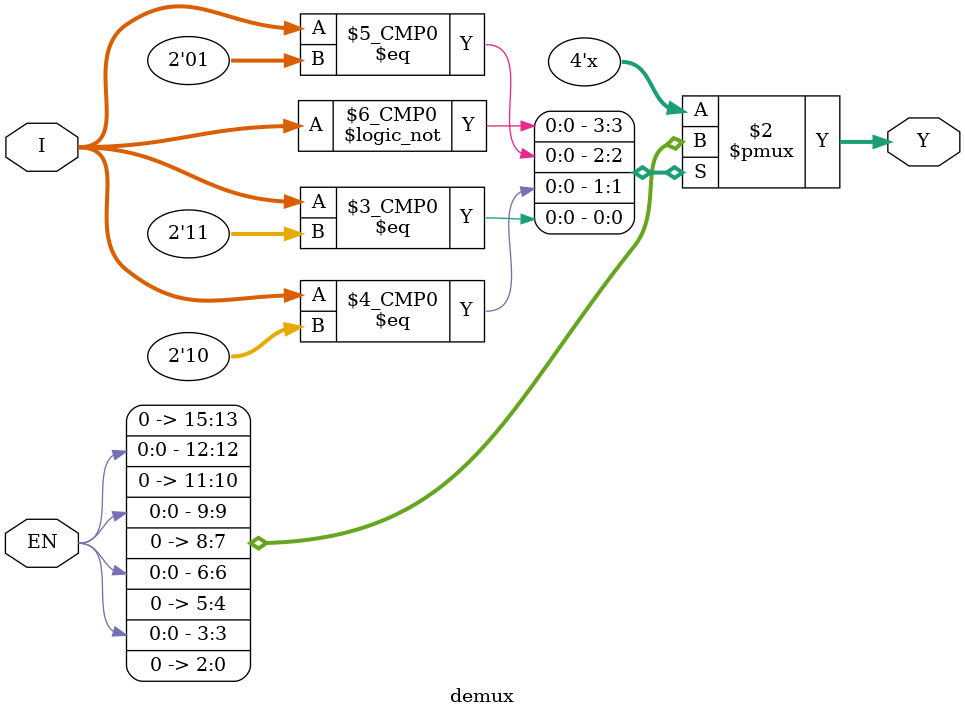
<source format=v>
`timescale 1ns / 1ps


module demux(
    input EN,
    input [1:0] I,
    output reg [3:0] Y
);

always @(EN, I) begin
    case (I)
        2'b00: Y <= {3'b000, EN};
        2'b01: Y <= {2'b000, EN, 1'b00};
        2'b10: Y <= {1'b000, EN, 2'b00};
        2'b11: Y <= {EN, 3'b00};
        default: Y <= 4'b0000;
    endcase
end

endmodule

</source>
